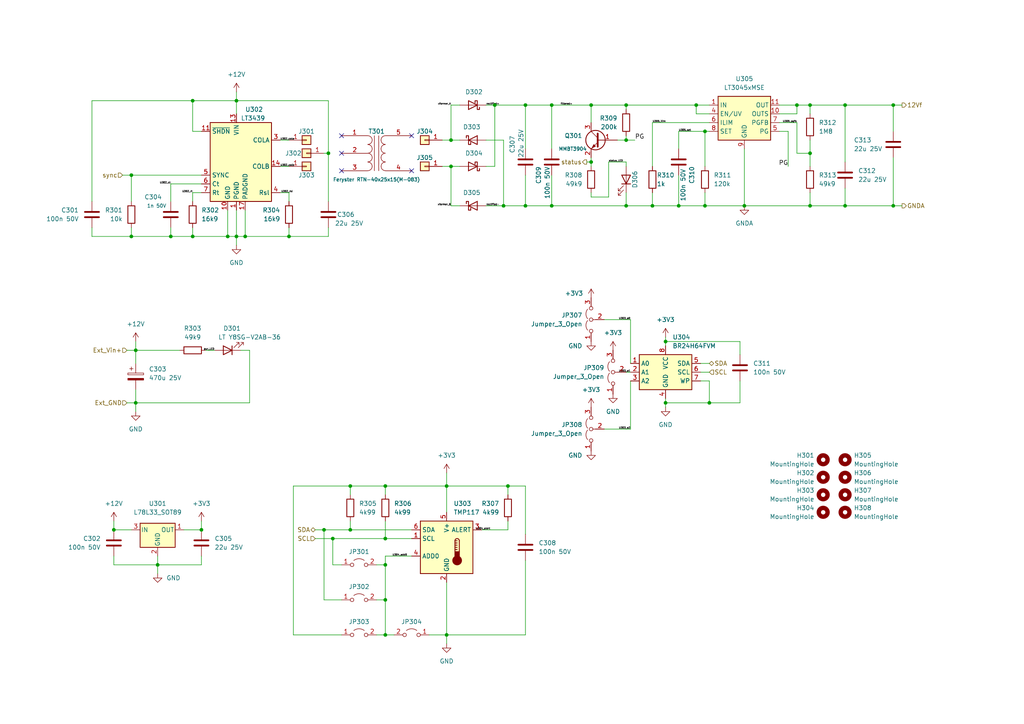
<source format=kicad_sch>
(kicad_sch (version 20211123) (generator eeschema)
  (paper "A4")
  (title_block (title "DC-DC converter & misc") (date "2022-03-04") (rev "0.4") (company "RPG") (comment 1 "All resistors 0.1% MF unless otherwise noted") (comment 2 "All capacitors X7R MLCC unless otherwise noted"))
  (lib_symbols
    (symbol "ADRmu_Library:TMP117"
      (property "Reference" "U" (at 10.16 -2.54 0))
      (property "Value" "TMP117" (at 12.7 -5.08 0))
      (symbol "TMP117_0_1"
        (rectangle (start -7.62 7.62) (end 7.62 -7.62) (stroke (width 0.254)) (fill (type background)))
      )
      (symbol "TMP117_1_1"
        (polyline (pts (xy 2.413 -0.635) (xy 3.048 -0.635)) (stroke (width 0.254)))
        (polyline (pts (xy 2.413 0) (xy 3.048 0)) (stroke (width 0.254)))
        (polyline (pts (xy 2.413 0.635) (xy 3.048 0.635)) (stroke (width 0.254)))
        (polyline (pts (xy 2.413 1.27) (xy 3.048 1.27)) (stroke (width 0.254)))
        (polyline (pts (xy 2.413 1.905) (xy 2.413 -1.27)) (stroke (width 0.254)))
        (polyline (pts (xy 2.413 1.905) (xy 3.048 1.905)) (stroke (width 0.254)))
        (polyline (pts (xy 3.683 1.905) (xy 3.683 -1.27)) (stroke (width 0.254)))
        (circle (center 3.048 -3.81) (radius 1.27) (stroke (width 0.254)) (fill (type outline)))
        (rectangle (start 3.683 -3.175) (end 2.413 -1.27) (stroke (width 0.254)) (fill (type outline)))
        (arc (start 3.683 1.905) (mid 3.048 2.54) (end 2.413 1.905) (stroke (width 0.254)))
        (pin input line (at -10.16 2.54 0) (length 2.54) (name "SCL") (number "1"))
        (pin power_in line (at 0 -10.16 90) (length 2.54) (name "GND") (number "2"))
        (pin open_collector line (at 10.16 5.08 180) (length 2.54) (name "ALERT") (number "3"))
        (pin input line (at -10.16 -2.54 0) (length 2.54) (name "ADD0") (number "4"))
        (pin power_in line (at 0 10.16 270) (length 2.54) (name "V+") (number "5"))
        (pin bidirectional line (at -10.16 5.08 0) (length 2.54) (name "SDA") (number "6"))
      )
    )
    (symbol "Connector_Generic:Conn_01x01" (pin_names (offset 1.016) hide)
      (property "Reference" "J" (at 0 2.54 0))
      (property "Value" "Conn_01x01" (at 0 -2.54 0))
      (symbol "Conn_01x01_1_1"
        (rectangle (start -1.27 0.127) (end 0 -0.127) (stroke (width 0.1524)))
        (rectangle (start -1.27 1.27) (end 1.27 -1.27) (stroke (width 0.254)) (fill (type background)))
        (pin passive line (at -5.08 0 0) (length 3.81) (name "Pin_1") (number "1"))
      )
    )
    (symbol "Device:C" (pin_numbers hide) (pin_names (offset 0.254))
      (property "Reference" "C" (at 0.635 2.54 0))
      (property "Value" "C" (at 0.635 -2.54 0))
      (symbol "C_0_1"
        (polyline (pts (xy -2.032 -0.762) (xy 2.032 -0.762)) (stroke (width 0.508)))
        (polyline (pts (xy -2.032 0.762) (xy 2.032 0.762)) (stroke (width 0.508)))
      )
      (symbol "C_1_1"
        (pin passive line (at 0 3.81 270) (length 2.794) (name "~") (number "1"))
        (pin passive line (at 0 -3.81 90) (length 2.794) (name "~") (number "2"))
      )
    )
    (symbol "Device:C_Polarized" (pin_numbers hide) (pin_names (offset 0.254))
      (property "Reference" "C" (at 0.635 2.54 0))
      (property "Value" "C_Polarized" (at 0.635 -2.54 0))
      (symbol "C_Polarized_0_1"
        (rectangle (start -2.286 0.508) (end 2.286 1.016))
        (polyline (pts (xy -1.778 2.286) (xy -0.762 2.286)))
        (polyline (pts (xy -1.27 2.794) (xy -1.27 1.778)))
        (rectangle (start 2.286 -0.508) (end -2.286 -1.016) (fill (type outline)))
      )
      (symbol "C_Polarized_1_1"
        (pin passive line (at 0 3.81 270) (length 2.794) (name "~") (number "1"))
        (pin passive line (at 0 -3.81 90) (length 2.794) (name "~") (number "2"))
      )
    )
    (symbol "Device:D_Schottky" (pin_numbers hide) (pin_names (offset 1.016) hide)
      (property "Reference" "D" (at 0 2.54 0))
      (property "Value" "D_Schottky" (at 0 -2.54 0))
      (symbol "D_Schottky_0_1"
        (polyline (pts (xy 1.27 0) (xy -1.27 0)))
        (polyline (pts (xy 1.27 1.27) (xy 1.27 -1.27) (xy -1.27 0) (xy 1.27 1.27)) (stroke (width 0.254)))
        (polyline (pts (xy -1.905 0.635) (xy -1.905 1.27) (xy -1.27 1.27) (xy -1.27 -1.27) (xy -0.635 -1.27) (xy -0.635 -0.635)) (stroke (width 0.254)))
      )
      (symbol "D_Schottky_1_1"
        (pin passive line (at -3.81 0 0) (length 2.54) (name "K") (number "1"))
        (pin passive line (at 3.81 0 180) (length 2.54) (name "A") (number "2"))
      )
    )
    (symbol "Device:LED" (pin_numbers hide) (pin_names (offset 1.016) hide)
      (property "Reference" "D" (at 0 2.54 0))
      (property "Value" "LED" (at 0 -2.54 0))
      (symbol "LED_0_1"
        (polyline (pts (xy -1.27 -1.27) (xy -1.27 1.27)) (stroke (width 0.254)))
        (polyline (pts (xy -1.27 0) (xy 1.27 0)))
        (polyline (pts (xy 1.27 -1.27) (xy 1.27 1.27) (xy -1.27 0) (xy 1.27 -1.27)) (stroke (width 0.254)))
        (polyline (pts (xy -3.048 -0.762) (xy -4.572 -2.286) (xy -3.81 -2.286) (xy -4.572 -2.286) (xy -4.572 -1.524)))
        (polyline (pts (xy -1.778 -0.762) (xy -3.302 -2.286) (xy -2.54 -2.286) (xy -3.302 -2.286) (xy -3.302 -1.524)))
      )
      (symbol "LED_1_1"
        (pin passive line (at -3.81 0 0) (length 2.54) (name "K") (number "1"))
        (pin passive line (at 3.81 0 180) (length 2.54) (name "A") (number "2"))
      )
    )
    (symbol "Device:R" (pin_numbers hide) (pin_names (offset 0))
      (property "Reference" "R" (at 2.032 0 90))
      (property "Value" "R" (at 0 0 90))
      (symbol "R_0_1"
        (rectangle (start -1.016 -2.54) (end 1.016 2.54) (stroke (width 0.254)))
      )
      (symbol "R_1_1"
        (pin passive line (at 0 3.81 270) (length 1.27) (name "~") (number "1"))
        (pin passive line (at 0 -3.81 90) (length 1.27) (name "~") (number "2"))
      )
    )
    (symbol "Device:Transformer_SP_1S" (pin_names (offset 1.016) hide)
      (property "Reference" "T" (at 0 6.35 0))
      (property "Value" "Transformer_SP_1S" (at 0 -7.62 0))
      (symbol "Transformer_SP_1S_0_1"
        (arc (start -2.54 -5.0546) (mid -1.6561 -4.6863) (end -1.27 -3.81))
        (arc (start -2.54 -2.5146) (mid -1.6561 -2.1463) (end -1.27 -1.27))
        (arc (start -2.54 0.0254) (mid -1.6561 0.3937) (end -1.27 1.27))
        (arc (start -2.54 2.5654) (mid -1.6561 2.9337) (end -1.27 3.81))
        (arc (start -1.27 -3.81) (mid -1.642 -2.912) (end -2.54 -2.54))
        (arc (start -1.27 -1.27) (mid -1.642 -0.372) (end -2.54 0))
        (arc (start -1.27 1.27) (mid -1.642 2.168) (end -2.54 2.54))
        (arc (start -1.27 3.81) (mid -1.642 4.708) (end -2.54 5.08))
        (polyline (pts (xy -0.635 5.08) (xy -0.635 -5.08)))
        (polyline (pts (xy 0.635 -5.08) (xy 0.635 5.08)))
        (arc (start 1.2954 -1.27) (mid 1.6599 -2.1501) (end 2.54 -2.5146))
        (arc (start 1.2954 1.27) (mid 1.6599 0.3899) (end 2.54 0.0254))
        (arc (start 1.2954 3.81) (mid 1.6599 2.9299) (end 2.54 2.5654))
        (arc (start 1.3208 -3.81) (mid 1.6853 -4.6901) (end 2.5654 -5.0546))
        (arc (start 2.54 0) (mid 1.6456 -0.3683) (end 1.2954 -1.27))
        (arc (start 2.54 2.54) (mid 1.6456 2.1717) (end 1.2954 1.27))
        (arc (start 2.54 5.08) (mid 1.6456 4.7117) (end 1.2954 3.81))
        (arc (start 2.5654 -2.54) (mid 1.671 -2.9083) (end 1.3208 -3.81))
      )
      (symbol "Transformer_SP_1S_1_1"
        (pin passive line (at -10.16 5.08 0) (length 7.62) (name "PR1") (number "1"))
        (pin passive line (at -10.16 0 0) (length 7.62) (name "PM") (number "2"))
        (pin passive line (at -10.16 -5.08 0) (length 7.62) (name "PR2") (number "3"))
        (pin passive line (at 10.16 -5.08 180) (length 7.62) (name "S1") (number "4"))
        (pin passive line (at 10.16 5.08 180) (length 7.62) (name "S2") (number "5"))
      )
    )
    (symbol "Jumper:Jumper_2_Open" (pin_names (offset 0) hide)
      (property "Reference" "JP" (at 0 2.794 0))
      (property "Value" "Jumper_2_Open" (at 0 -2.286 0))
      (symbol "Jumper_2_Open_0_0"
        (circle (center -2.032 0) (radius 0.508))
        (circle (center 2.032 0) (radius 0.508))
      )
      (symbol "Jumper_2_Open_0_1"
        (arc (start 1.524 1.27) (mid 0 1.778) (end -1.524 1.27))
      )
      (symbol "Jumper_2_Open_1_1"
        (pin passive line (at -5.08 0 0) (length 2.54) (name "A") (number "1"))
        (pin passive line (at 5.08 0 180) (length 2.54) (name "B") (number "2"))
      )
    )
    (symbol "Jumper:Jumper_3_Open" (pin_names (offset 0) hide)
      (property "Reference" "JP" (at -2.54 -2.54 0))
      (property "Value" "Jumper_3_Open" (at 0 2.794 0))
      (symbol "Jumper_3_Open_0_0"
        (circle (center -3.302 0) (radius 0.508))
        (circle (center 0 0) (radius 0.508))
        (circle (center 3.302 0) (radius 0.508))
      )
      (symbol "Jumper_3_Open_0_1"
        (arc (start -0.254 1.016) (mid -1.651 1.4992) (end -3.048 1.016))
        (polyline (pts (xy 0 -0.508) (xy 0 -1.27)))
        (arc (start 3.048 1.016) (mid 1.651 1.4992) (end 0.254 1.016))
      )
      (symbol "Jumper_3_Open_1_1"
        (pin passive line (at -6.35 0 0) (length 2.54) (name "A") (number "1"))
        (pin input line (at 0 -3.81 90) (length 2.54) (name "C") (number "2"))
        (pin passive line (at 6.35 0 180) (length 2.54) (name "B") (number "3"))
      )
    )
    (symbol "Mechanical:MountingHole" (pin_names (offset 1.016))
      (property "Reference" "H" (at 0 5.08 0))
      (property "Value" "MountingHole" (at 0 3.175 0))
      (symbol "MountingHole_0_1"
        (circle (center 0 0) (radius 1.27) (stroke (width 1.27)))
      )
    )
    (symbol "Memory_EEPROM:24LC02"
      (property "Reference" "U" (at -6.35 6.35 0))
      (property "Value" "24LC02" (at 1.27 6.35 0))
      (symbol "24LC02_1_1"
        (rectangle (start -7.62 5.08) (end 7.62 -5.08) (stroke (width 0.254)) (fill (type background)))
        (pin input line (at -10.16 2.54 0) (length 2.54) (name "A0") (number "1"))
        (pin input line (at -10.16 0 0) (length 2.54) (name "A1") (number "2"))
        (pin input line (at -10.16 -2.54 0) (length 2.54) (name "A2") (number "3"))
        (pin power_in line (at 0 -7.62 90) (length 2.54) (name "GND") (number "4"))
        (pin bidirectional line (at 10.16 2.54 180) (length 2.54) (name "SDA") (number "5"))
        (pin input line (at 10.16 0 180) (length 2.54) (name "SCL") (number "6"))
        (pin input line (at 10.16 -2.54 180) (length 2.54) (name "WP") (number "7"))
        (pin power_in line (at 0 7.62 270) (length 2.54) (name "VCC") (number "8"))
      )
    )
    (symbol "Regulator_Linear:L78L33_SOT89" (pin_names (offset 0.254))
      (property "Reference" "U" (at -3.81 3.175 0))
      (property "Value" "L78L33_SOT89" (at -0.635 3.175 0))
      (symbol "L78L33_SOT89_0_1"
        (rectangle (start -5.08 1.905) (end 5.08 -5.08) (stroke (width 0.254)) (fill (type background)))
      )
      (symbol "L78L33_SOT89_1_1"
        (pin power_out line (at 7.62 0 180) (length 2.54) (name "OUT") (number "1"))
        (pin power_in line (at 0 -7.62 90) (length 2.54) (name "GND") (number "2"))
        (pin power_in line (at -7.62 0 0) (length 2.54) (name "IN") (number "3"))
      )
    )
    (symbol "Regulator_Linear:LT3045xMSE"
      (property "Reference" "U" (at -6.35 6.35 0))
      (property "Value" "LT3045xMSE" (at 1.27 6.35 0))
      (symbol "LT3045xMSE_0_1"
        (rectangle (start -7.62 5.08) (end 7.62 -7.62) (stroke (width 0.254)) (fill (type background)))
      )
      (symbol "LT3045xMSE_1_1"
        (pin power_in line (at -10.16 2.54 0) (length 2.54) (name "IN") (number "1"))
        (pin input line (at 10.16 0 180) (length 2.54) (name "OUTS") (number "10"))
        (pin power_out line (at 10.16 2.54 180) (length 2.54) (name "OUT") (number "11"))
        (pin passive line (at 10.16 2.54 180) (length 2.54) hide (name "OUT") (number "12"))
        (pin passive line (at 0 -10.16 90) (length 2.54) hide (name "GND") (number "13"))
        (pin passive line (at -10.16 2.54 0) (length 2.54) hide (name "IN") (number "2"))
        (pin passive line (at -10.16 2.54 0) (length 2.54) hide (name "IN") (number "3"))
        (pin input line (at -10.16 0 0) (length 2.54) (name "EN/UV") (number "4"))
        (pin open_collector line (at 10.16 -5.08 180) (length 2.54) (name "PG") (number "5"))
        (pin passive line (at -10.16 -2.54 0) (length 2.54) (name "ILIM") (number "6"))
        (pin input line (at 10.16 -2.54 180) (length 2.54) (name "PGFB") (number "7"))
        (pin passive line (at -10.16 -5.08 0) (length 2.54) (name "SET") (number "8"))
        (pin power_in line (at 0 -10.16 90) (length 2.54) (name "GND") (number "9"))
      )
    )
    (symbol "Regulator_Switching:LT3439"
      (property "Reference" "U" (at -7.62 11.43 0))
      (property "Value" "LT3439" (at 3.81 11.43 0))
      (symbol "LT3439_0_1"
        (rectangle (start -7.62 10.16) (end 10.16 -12.7) (stroke (width 0.254)) (fill (type background)))
      )
      (symbol "LT3439_1_1"
        (pin power_in line (at 0 -15.24 90) (length 2.54) (name "PGND") (number "1"))
        (pin power_in line (at -2.54 -15.24 90) (length 2.54) (name "GND") (number "10"))
        (pin input line (at -10.16 7.62 0) (length 2.54) (name "~{SHDN}") (number "11"))
        (pin no_connect line (at -7.62 -2.54 0) (length 2.54) hide (name "NC") (number "12"))
        (pin power_in line (at 0 12.7 270) (length 2.54) (name "VIN") (number "13"))
        (pin output line (at 12.7 -2.54 180) (length 2.54) (name "COLB") (number "14"))
        (pin no_connect line (at 10.16 0 180) (length 2.54) hide (name "NC") (number "15"))
        (pin passive line (at 0 -15.24 90) (length 2.54) hide (name "PGND") (number "16"))
        (pin power_in line (at 2.54 -15.24 90) (length 2.54) (name "PADGND") (number "17"))
        (pin no_connect line (at -7.62 5.08 0) (length 2.54) hide (name "NC") (number "2"))
        (pin output line (at 12.7 5.08 180) (length 2.54) (name "COLA") (number "3"))
        (pin passive line (at 12.7 -10.16 180) (length 2.54) (name "Rsl") (number "4"))
        (pin passive line (at -10.16 -5.08 0) (length 2.54) (name "SYNC") (number "5"))
        (pin passive line (at -10.16 -7.62 0) (length 2.54) (name "Ct") (number "6"))
        (pin passive line (at -10.16 -10.16 0) (length 2.54) (name "Rt") (number "7"))
        (pin no_connect line (at -7.62 2.54 0) (length 2.54) hide (name "NC") (number "8"))
        (pin no_connect line (at -7.62 0 0) (length 2.54) hide (name "NC") (number "9"))
      )
    )
    (symbol "Transistor_BJT:MMBT3904" (pin_names (offset 0) hide)
      (property "Reference" "Q" (at 5.08 1.905 0))
      (property "Value" "MMBT3904" (at 5.08 0 0))
      (symbol "MMBT3904_0_1"
        (polyline (pts (xy 0.635 0.635) (xy 2.54 2.54)))
        (polyline (pts (xy 0.635 -0.635) (xy 2.54 -2.54) (xy 2.54 -2.54)))
        (polyline (pts (xy 0.635 1.905) (xy 0.635 -1.905) (xy 0.635 -1.905)) (stroke (width 0.508)))
        (polyline (pts (xy 1.27 -1.778) (xy 1.778 -1.27) (xy 2.286 -2.286) (xy 1.27 -1.778) (xy 1.27 -1.778)) (fill (type outline)))
        (circle (center 1.27 0) (radius 2.8194) (stroke (width 0.254)))
      )
      (symbol "MMBT3904_1_1"
        (pin input line (at -5.08 0 0) (length 5.715) (name "B") (number "1"))
        (pin passive line (at 2.54 -5.08 90) (length 2.54) (name "E") (number "2"))
        (pin passive line (at 2.54 5.08 270) (length 2.54) (name "C") (number "3"))
      )
    )
    (symbol "power:+12V" (power) (pin_names (offset 0))
      (property "Value" "+12V" (at 0 3.556 0))
      (symbol "+12V_0_1"
        (polyline (pts (xy -0.762 1.27) (xy 0 2.54)))
        (polyline (pts (xy 0 0) (xy 0 2.54)))
        (polyline (pts (xy 0 2.54) (xy 0.762 1.27)))
      )
      (symbol "+12V_1_1"
        (pin power_in line (at 0 0 90) (length 0) hide (name "+12V") (number "1"))
      )
    )
    (symbol "power:+3V3" (power) (pin_names (offset 0))
      (property "Value" "+3V3" (at 0 3.556 0))
      (symbol "+3V3_0_1"
        (polyline (pts (xy -0.762 1.27) (xy 0 2.54)))
        (polyline (pts (xy 0 0) (xy 0 2.54)))
        (polyline (pts (xy 0 2.54) (xy 0.762 1.27)))
      )
      (symbol "+3V3_1_1"
        (pin power_in line (at 0 0 90) (length 0) hide (name "+3V3") (number "1"))
      )
    )
    (symbol "power:GND" (power) (pin_names (offset 0))
      (property "Value" "GND" (at 0 -3.81 0))
      (symbol "GND_0_1"
        (polyline (pts (xy 0 0) (xy 0 -1.27) (xy 1.27 -1.27) (xy 0 -2.54) (xy -1.27 -1.27) (xy 0 -1.27)))
      )
      (symbol "GND_1_1"
        (pin power_in line (at 0 0 270) (length 0) hide (name "GND") (number "1"))
      )
    )
    (symbol "power:GNDA" (power) (pin_names (offset 0))
      (property "Value" "GNDA" (at 0 -3.81 0))
      (symbol "GNDA_0_1"
        (polyline (pts (xy 0 0) (xy 0 -1.27) (xy 1.27 -1.27) (xy 0 -2.54) (xy -1.27 -1.27) (xy 0 -1.27)))
      )
      (symbol "GNDA_1_1"
        (pin power_in line (at 0 0 270) (length 0) hide (name "GNDA") (number "1"))
      )
    )
  )
  (junction (at 45.72 163.83))
  (junction (at 68.58 29.21))
  (junction (at 160.02 30.48))
  (junction (at 143.51 30.48))
  (junction (at 146.05 59.69))
  (junction (at 193.04 99.06))
  (junction (at 205.74 116.84))
  (junction (at 181.61 59.69))
  (junction (at 49.53 68.58))
  (junction (at 152.4 59.69))
  (junction (at 96.52 156.21))
  (junction (at 101.6 153.67))
  (junction (at 196.85 59.69))
  (junction (at 130.81 48.26))
  (junction (at 111.76 163.83))
  (junction (at 234.95 30.48))
  (junction (at 181.61 40.64))
  (junction (at 111.76 173.99))
  (junction (at 39.37 101.6))
  (junction (at 111.76 156.21))
  (junction (at 93.98 153.67))
  (junction (at 95.25 44.45))
  (junction (at 204.47 59.69))
  (junction (at 38.1 50.8))
  (junction (at 245.11 59.69))
  (junction (at 231.14 30.48))
  (junction (at 101.6 140.97))
  (junction (at 160.02 59.69))
  (junction (at 259.08 30.48))
  (junction (at 38.1 68.58))
  (junction (at 147.32 140.97))
  (junction (at 234.95 44.45))
  (junction (at 58.42 153.67))
  (junction (at 171.45 46.99))
  (junction (at 39.37 116.84))
  (junction (at 68.58 68.58))
  (junction (at 71.12 68.58))
  (junction (at 152.4 30.48))
  (junction (at 215.9 59.69))
  (junction (at 111.76 184.15))
  (junction (at 204.47 38.1))
  (junction (at 171.45 30.48))
  (junction (at 181.61 30.48))
  (junction (at 189.23 59.69))
  (junction (at 130.81 40.64))
  (junction (at 83.82 68.58))
  (junction (at 245.11 30.48))
  (junction (at 66.04 68.58))
  (junction (at 129.54 184.15))
  (junction (at 259.08 59.69))
  (junction (at 55.88 29.21))
  (junction (at 33.02 153.67))
  (junction (at 201.93 30.48))
  (junction (at 129.54 140.97))
  (junction (at 111.76 140.97))
  (junction (at 55.88 68.58))
  (junction (at 234.95 59.69))
  (junction (at 193.04 116.84))
  (no_connect (at 119.38 39.37))
  (no_connect (at 119.38 49.53))
  (no_connect (at 99.06 44.45))
  (no_connect (at 99.06 39.37))
  (no_connect (at 99.06 49.53))
  (wire (pts (xy 201.93 30.48) (xy 205.74 30.48)))
  (wire (pts (xy 152.4 184.15) (xy 129.54 184.15)))
  (wire (pts (xy 226.06 35.56) (xy 231.14 35.56)))
  (wire (pts (xy 189.23 35.56) (xy 189.23 48.26)))
  (wire (pts (xy 176.53 46.99) (xy 181.61 46.99)))
  (wire (pts (xy 124.46 184.15) (xy 129.54 184.15)))
  (wire (pts (xy 146.05 59.69) (xy 146.05 40.64)))
  (wire (pts (xy 95.25 29.21) (xy 95.25 44.45)))
  (wire (pts (xy 68.58 29.21) (xy 95.25 29.21)))
  (wire (pts (xy 101.6 140.97) (xy 85.09 140.97)))
  (wire (pts (xy 181.61 46.99) (xy 181.61 48.26)))
  (wire (pts (xy 83.82 68.58) (xy 95.25 68.58)))
  (wire (pts (xy 204.47 38.1) (xy 204.47 48.26)))
  (wire (pts (xy 259.08 45.72) (xy 259.08 59.69)))
  (wire (pts (xy 203.2 107.95) (xy 205.74 107.95)))
  (wire (pts (xy 193.04 116.84) (xy 193.04 118.11)))
  (wire (pts (xy 143.51 30.48) (xy 143.51 48.26)))
  (wire (pts (xy 201.93 30.48) (xy 201.93 33.02)))
  (wire (pts (xy 226.06 38.1) (xy 228.6 38.1)))
  (wire (pts (xy 66.04 60.96) (xy 66.04 68.58)))
  (wire (pts (xy 205.74 35.56) (xy 189.23 35.56)))
  (wire (pts (xy 68.58 29.21) (xy 68.58 33.02)))
  (wire (pts (xy 49.53 68.58) (xy 55.88 68.58)))
  (wire (pts (xy 129.54 140.97) (xy 129.54 148.59)))
  (wire (pts (xy 59.69 101.6) (xy 62.23 101.6)))
  (wire (pts (xy 181.61 30.48) (xy 181.61 31.75)))
  (wire (pts (xy 49.53 66.04) (xy 49.53 68.58)))
  (wire (pts (xy 111.76 163.83) (xy 111.76 173.99)))
  (wire (pts (xy 93.98 153.67) (xy 93.98 173.99)))
  (wire (pts (xy 68.58 68.58) (xy 68.58 71.12)))
  (wire (pts (xy 205.74 116.84) (xy 214.63 116.84)))
  (wire (pts (xy 55.88 29.21) (xy 55.88 38.1)))
  (wire (pts (xy 39.37 101.6) (xy 52.07 101.6)))
  (wire (pts (xy 181.61 30.48) (xy 201.93 30.48)))
  (wire (pts (xy 72.39 101.6) (xy 69.85 101.6)))
  (wire (pts (xy 55.88 55.88) (xy 55.88 58.42)))
  (wire (pts (xy 231.14 35.56) (xy 231.14 44.45)))
  (wire (pts (xy 204.47 38.1) (xy 196.85 38.1)))
  (wire (pts (xy 245.11 59.69) (xy 259.08 59.69)))
  (wire (pts (xy 81.28 55.88) (xy 83.82 55.88)))
  (wire (pts (xy 39.37 116.84) (xy 39.37 119.38)))
  (wire (pts (xy 214.63 116.84) (xy 214.63 110.49)))
  (wire (pts (xy 152.4 140.97) (xy 152.4 154.94)))
  (wire (pts (xy 96.52 163.83) (xy 99.06 163.83)))
  (wire (pts (xy 160.02 43.18) (xy 160.02 30.48)))
  (wire (pts (xy 128.27 40.64) (xy 130.81 40.64)))
  (wire (pts (xy 189.23 55.88) (xy 189.23 59.69)))
  (wire (pts (xy 234.95 40.64) (xy 234.95 44.45)))
  (wire (pts (xy 181.61 59.69) (xy 189.23 59.69)))
  (wire (pts (xy 214.63 99.06) (xy 214.63 102.87)))
  (wire (pts (xy 26.67 68.58) (xy 26.67 66.04)))
  (wire (pts (xy 171.45 30.48) (xy 171.45 35.56)))
  (wire (pts (xy 45.72 166.37) (xy 45.72 163.83)))
  (wire (pts (xy 71.12 68.58) (xy 68.58 68.58)))
  (wire (pts (xy 83.82 66.04) (xy 83.82 68.58)))
  (wire (pts (xy 193.04 99.06) (xy 214.63 99.06)))
  (wire (pts (xy 147.32 140.97) (xy 152.4 140.97)))
  (wire (pts (xy 111.76 161.29) (xy 119.38 161.29)))
  (wire (pts (xy 33.02 161.29) (xy 33.02 163.83)))
  (wire (pts (xy 171.45 55.88) (xy 171.45 57.15)))
  (wire (pts (xy 55.88 66.04) (xy 55.88 68.58)))
  (wire (pts (xy 160.02 50.8) (xy 160.02 59.69)))
  (wire (pts (xy 140.97 59.69) (xy 146.05 59.69)))
  (wire (pts (xy 96.52 156.21) (xy 96.52 163.83)))
  (wire (pts (xy 181.61 40.64) (xy 184.15 40.64)))
  (wire (pts (xy 111.76 151.13) (xy 111.76 156.21)))
  (wire (pts (xy 130.81 30.48) (xy 130.81 40.64)))
  (wire (pts (xy 203.2 105.41) (xy 205.74 105.41)))
  (wire (pts (xy 71.12 60.96) (xy 71.12 68.58)))
  (wire (pts (xy 140.97 48.26) (xy 143.51 48.26)))
  (wire (pts (xy 245.11 59.69) (xy 234.95 59.69)))
  (wire (pts (xy 33.02 153.67) (xy 38.1 153.67)))
  (wire (pts (xy 130.81 40.64) (xy 133.35 40.64)))
  (wire (pts (xy 140.97 40.64) (xy 146.05 40.64)))
  (wire (pts (xy 129.54 168.91) (xy 129.54 184.15)))
  (wire (pts (xy 171.45 57.15) (xy 176.53 57.15)))
  (wire (pts (xy 226.06 30.48) (xy 231.14 30.48)))
  (wire (pts (xy 66.04 68.58) (xy 68.58 68.58)))
  (wire (pts (xy 85.09 140.97) (xy 85.09 184.15)))
  (wire (pts (xy 68.58 26.67) (xy 68.58 29.21)))
  (wire (pts (xy 111.76 140.97) (xy 101.6 140.97)))
  (wire (pts (xy 83.82 48.26) (xy 81.28 48.26)))
  (wire (pts (xy 182.88 92.71) (xy 175.26 92.71)))
  (wire (pts (xy 55.88 68.58) (xy 66.04 68.58)))
  (wire (pts (xy 83.82 68.58) (xy 71.12 68.58)))
  (wire (pts (xy 181.61 55.88) (xy 181.61 59.69)))
  (wire (pts (xy 53.34 153.67) (xy 58.42 153.67)))
  (wire (pts (xy 39.37 101.6) (xy 39.37 105.41)))
  (wire (pts (xy 111.76 184.15) (xy 114.3 184.15)))
  (wire (pts (xy 203.2 110.49) (xy 205.74 110.49)))
  (wire (pts (xy 160.02 30.48) (xy 152.4 30.48)))
  (wire (pts (xy 182.88 105.41) (xy 182.88 92.71)))
  (wire (pts (xy 215.9 59.69) (xy 234.95 59.69)))
  (wire (pts (xy 170.18 46.99) (xy 171.45 46.99)))
  (wire (pts (xy 38.1 68.58) (xy 49.53 68.58)))
  (wire (pts (xy 38.1 58.42) (xy 38.1 50.8)))
  (wire (pts (xy 58.42 53.34) (xy 49.53 53.34)))
  (wire (pts (xy 39.37 99.06) (xy 39.37 101.6)))
  (wire (pts (xy 259.08 30.48) (xy 261.62 30.48)))
  (wire (pts (xy 160.02 59.69) (xy 181.61 59.69)))
  (wire (pts (xy 171.45 46.99) (xy 171.45 45.72)))
  (wire (pts (xy 152.4 162.56) (xy 152.4 184.15)))
  (wire (pts (xy 234.95 55.88) (xy 234.95 59.69)))
  (wire (pts (xy 160.02 59.69) (xy 152.4 59.69)))
  (wire (pts (xy 152.4 50.8) (xy 152.4 59.69)))
  (wire (pts (xy 147.32 151.13) (xy 147.32 153.67)))
  (wire (pts (xy 111.76 161.29) (xy 111.76 163.83)))
  (wire (pts (xy 129.54 137.16) (xy 129.54 140.97)))
  (wire (pts (xy 245.11 54.61) (xy 245.11 59.69)))
  (wire (pts (xy 111.76 184.15) (xy 109.22 184.15)))
  (wire (pts (xy 193.04 116.84) (xy 205.74 116.84)))
  (wire (pts (xy 38.1 66.04) (xy 38.1 68.58)))
  (wire (pts (xy 129.54 184.15) (xy 129.54 186.69)))
  (wire (pts (xy 182.88 124.46) (xy 182.88 110.49)))
  (wire (pts (xy 231.14 30.48) (xy 234.95 30.48)))
  (wire (pts (xy 38.1 50.8) (xy 58.42 50.8)))
  (wire (pts (xy 58.42 161.29) (xy 58.42 163.83)))
  (wire (pts (xy 45.72 161.29) (xy 45.72 163.83)))
  (wire (pts (xy 129.54 140.97) (xy 147.32 140.97)))
  (wire (pts (xy 130.81 59.69) (xy 133.35 59.69)))
  (wire (pts (xy 101.6 151.13) (xy 101.6 153.67)))
  (wire (pts (xy 49.53 53.34) (xy 49.53 58.42)))
  (wire (pts (xy 234.95 30.48) (xy 234.95 33.02)))
  (wire (pts (xy 33.02 163.83) (xy 45.72 163.83)))
  (wire (pts (xy 35.56 50.8) (xy 38.1 50.8)))
  (wire (pts (xy 26.67 58.42) (xy 26.67 29.21)))
  (wire (pts (xy 38.1 68.58) (xy 26.67 68.58)))
  (wire (pts (xy 181.61 40.64) (xy 181.61 39.37)))
  (wire (pts (xy 245.11 30.48) (xy 259.08 30.48)))
  (wire (pts (xy 58.42 151.13) (xy 58.42 153.67)))
  (wire (pts (xy 58.42 55.88) (xy 55.88 55.88)))
  (wire (pts (xy 119.38 156.21) (xy 111.76 156.21)))
  (wire (pts (xy 143.51 30.48) (xy 152.4 30.48)))
  (wire (pts (xy 109.22 163.83) (xy 111.76 163.83)))
  (wire (pts (xy 152.4 30.48) (xy 152.4 43.18)))
  (wire (pts (xy 85.09 184.15) (xy 99.06 184.15)))
  (wire (pts (xy 196.85 59.69) (xy 204.47 59.69)))
  (wire (pts (xy 234.95 44.45) (xy 234.95 48.26)))
  (wire (pts (xy 93.98 44.45) (xy 95.25 44.45)))
  (wire (pts (xy 171.45 30.48) (xy 181.61 30.48)))
  (wire (pts (xy 171.45 48.26) (xy 171.45 46.99)))
  (wire (pts (xy 204.47 59.69) (xy 215.9 59.69)))
  (wire (pts (xy 83.82 55.88) (xy 83.82 58.42)))
  (wire (pts (xy 72.39 116.84) (xy 72.39 101.6)))
  (wire (pts (xy 231.14 44.45) (xy 234.95 44.45)))
  (wire (pts (xy 58.42 163.83) (xy 45.72 163.83)))
  (wire (pts (xy 95.25 44.45) (xy 95.25 58.42)))
  (wire (pts (xy 101.6 153.67) (xy 93.98 153.67)))
  (wire (pts (xy 130.81 59.69) (xy 130.81 48.26)))
  (wire (pts (xy 234.95 30.48) (xy 245.11 30.48)))
  (wire (pts (xy 26.67 29.21) (xy 55.88 29.21)))
  (wire (pts (xy 133.35 30.48) (xy 130.81 30.48)))
  (wire (pts (xy 196.85 50.8) (xy 196.85 59.69)))
  (wire (pts (xy 68.58 60.96) (xy 68.58 68.58)))
  (wire (pts (xy 39.37 113.03) (xy 39.37 116.84)))
  (wire (pts (xy 215.9 43.18) (xy 215.9 59.69)))
  (wire (pts (xy 36.83 101.6) (xy 39.37 101.6)))
  (wire (pts (xy 196.85 38.1) (xy 196.85 43.18)))
  (wire (pts (xy 93.98 173.99) (xy 99.06 173.99)))
  (wire (pts (xy 129.54 140.97) (xy 111.76 140.97)))
  (wire (pts (xy 189.23 59.69) (xy 196.85 59.69)))
  (wire (pts (xy 231.14 30.48) (xy 231.14 33.02)))
  (wire (pts (xy 193.04 97.79) (xy 193.04 99.06)))
  (wire (pts (xy 193.04 115.57) (xy 193.04 116.84)))
  (wire (pts (xy 176.53 57.15) (xy 176.53 46.99)))
  (wire (pts (xy 58.42 38.1) (xy 55.88 38.1)))
  (wire (pts (xy 193.04 99.06) (xy 193.04 100.33)))
  (wire (pts (xy 33.02 151.13) (xy 33.02 153.67)))
  (wire (pts (xy 39.37 116.84) (xy 72.39 116.84)))
  (wire (pts (xy 119.38 153.67) (xy 101.6 153.67)))
  (wire (pts (xy 111.76 173.99) (xy 109.22 173.99)))
  (wire (pts (xy 91.44 156.21) (xy 96.52 156.21)))
  (wire (pts (xy 55.88 29.21) (xy 68.58 29.21)))
  (wire (pts (xy 83.82 40.64) (xy 81.28 40.64)))
  (wire (pts (xy 181.61 107.95) (xy 182.88 107.95)))
  (wire (pts (xy 259.08 59.69) (xy 261.62 59.69)))
  (wire (pts (xy 128.27 48.26) (xy 130.81 48.26)))
  (wire (pts (xy 205.74 110.49) (xy 205.74 116.84)))
  (wire (pts (xy 201.93 33.02) (xy 205.74 33.02)))
  (wire (pts (xy 204.47 55.88) (xy 204.47 59.69)))
  (wire (pts (xy 139.7 153.67) (xy 147.32 153.67)))
  (wire (pts (xy 160.02 30.48) (xy 171.45 30.48)))
  (wire (pts (xy 245.11 30.48) (xy 245.11 46.99)))
  (wire (pts (xy 130.81 48.26) (xy 133.35 48.26)))
  (wire (pts (xy 228.6 38.1) (xy 228.6 48.26)))
  (wire (pts (xy 204.47 38.1) (xy 205.74 38.1)))
  (wire (pts (xy 111.76 140.97) (xy 111.76 143.51)))
  (wire (pts (xy 140.97 30.48) (xy 143.51 30.48)))
  (wire (pts (xy 111.76 173.99) (xy 111.76 184.15)))
  (wire (pts (xy 95.25 68.58) (xy 95.25 66.04)))
  (wire (pts (xy 179.07 40.64) (xy 181.61 40.64)))
  (wire (pts (xy 111.76 156.21) (xy 96.52 156.21)))
  (wire (pts (xy 91.44 153.67) (xy 93.98 153.67)))
  (wire (pts (xy 226.06 33.02) (xy 231.14 33.02)))
  (wire (pts (xy 101.6 140.97) (xy 101.6 143.51)))
  (wire (pts (xy 259.08 30.48) (xy 259.08 38.1)))
  (wire (pts (xy 36.83 116.84) (xy 39.37 116.84)))
  (wire (pts (xy 175.26 124.46) (xy 182.88 124.46)))
  (wire (pts (xy 147.32 140.97) (xy 147.32 143.51)))
  (wire (pts (xy 146.05 59.69) (xy 152.4 59.69)))
  (label "U302_rt" (at 55.88 55.88 180) (effects (font (size 0.5 0.5))))
  (label "pwr_LED" (at 62.23 101.6 180) (effects (font (size 0.5 0.5))))
  (label "U303_a0" (at 182.88 92.71 180) (effects (font (size 0.5 0.5))))
  (label "xformer_A" (at 130.81 30.48 180) (effects (font (size 0.5 0.5))))
  (label "rectified-" (at 140.97 59.69 0) (effects (font (size 0.5 0.5))))
  (label "U304_alert" (at 142.24 153.67 180) (effects (font (size 0.5 0.5))))
  (label "U305_ilim" (at 189.23 35.56 0) (effects (font (size 0.5 0.5))))
  (label "U303_a1" (at 182.88 107.95 180) (effects (font (size 0.5 0.5))))
  (label "filtered+" (at 162.56 30.48 0) (effects (font (size 0.5 0.5))))
  (label "U305_set" (at 196.85 38.1 0) (effects (font (size 0.5 0.5))))
  (label "U302_cola" (at 81.28 40.64 0) (effects (font (size 0.5 0.5))))
  (label "U305_pgfb" (at 231.14 35.56 180) (effects (font (size 0.5 0.5))))
  (label "U302_rsl" (at 81.5068 55.88 0) (effects (font (size 0.5 0.5))))
  (label "PG" (at 228.6 48.26 180))
  (label "U302_colb" (at 81.28 48.26 0) (effects (font (size 0.5 0.5))))
  (label "rectified+" (at 140.97 30.48 0) (effects (font (size 0.5 0.5))))
  (label "status_LED" (at 176.53 46.99 0) (effects (font (size 0.5 0.5))))
  (label "U303_a2" (at 182.88 124.46 180) (effects (font (size 0.5 0.5))))
  (label "xformer_B" (at 130.81 59.69 180) (effects (font (size 0.5 0.5))))
  (label "PG" (at 184.15 40.64 0))
  (label "U302_ct" (at 49.53 53.34 180) (effects (font (size 0.5 0.5))))
  (label "U304_add0" (at 118.11 161.29 180) (effects (font (size 0.5 0.5))))
  (hierarchical_label "GNDA" (shape output) (at 261.62 59.69 0))
  (hierarchical_label "12Vf" (shape output) (at 261.62 30.48 0))
  (hierarchical_label "status" (shape output) (at 170.18 46.99 180))
  (hierarchical_label "SCL" (shape input) (at 91.44 156.21 180))
  (hierarchical_label "SDA" (shape bidirectional) (at 205.74 105.41 0))
  (hierarchical_label "sync" (shape input) (at 35.56 50.8 180))
  (hierarchical_label "Ext_GND" (shape input) (at 36.83 116.84 180))
  (hierarchical_label "SDA" (shape bidirectional) (at 91.44 153.67 180))
  (hierarchical_label "Ext_Vin+" (shape input) (at 36.83 101.6 180))
  (hierarchical_label "SCL" (shape input) (at 205.74 107.95 0))
  (symbol (lib_id "Connector_Generic:Conn_01x01") (at 88.9 44.45 0) (mirror y) (unit 1) (in_bom no)
    (property "Reference" "J302" (at 85.09 44.45 0))
    (property "Value" "Conn_01x01" (effects hide))
    (property "Footprint" "Connector_Wire:SolderWire-1sqmm_1x01_D1.4mm_OD3.9mm" (effects hide))
  )
  (symbol (lib_id "power:+3V3") (at 171.45 86.36 0) (mirror y) (unit 1)
    (property "Reference" "#PWR0310" (effects hide))
    (property "Value" "+3V3" (at 163.83 85.09 0) (effects (justify right)))
  )
  (symbol (lib_id "Device:R") (at 55.88 62.23 0) (unit 1)
    (property "Reference" "R302" (at 58.42 60.9599 0) (effects (justify left)))
    (property "Value" "16k9" (at 58.42 63.4999 0) (effects (justify left)))
    (property "Footprint" "Resistor_SMD:R_0805_2012Metric" (effects hide))
  )
  (symbol (lib_id "Transistor_BJT:MMBT3904") (at 173.99 40.64 0) (mirror y) (unit 1)
    (property "Reference" "Q301" (at 168.91 39.37 0) (effects (justify left)))
    (property "Value" "MMBT3904" (at 170.18 43.18 0) (effects (font (size 1.016 1.016)) (justify left)))
    (property "Footprint" "Package_TO_SOT_SMD:SOT-23" (effects hide))
    (property "Datasheet" "https://www.onsemi.com/pub/Collateral/2N3903-D.PDF" (effects hide))
  )
  (symbol (lib_id "ADRmu_Library:TMP117") (at 129.54 158.75 0) (unit 1)
    (property "Reference" "U303" (at 131.5594 146.05 0) (effects (justify left)))
    (property "Value" "TMP117" (at 131.5594 148.59 0) (effects (justify left)))
    (property "Footprint" "Package_SON:WSON-6-1EP_2x2mm_P0.65mm_EP1x1.6mm" (effects hide))
    (property "Datasheet" "https://www.ti.com/lit/ds/symlink/tmp117.pdf" (effects hide))
  )
  (symbol (lib_id "Connector_Generic:Conn_01x01") (at 88.9 40.64 0) (mirror x) (unit 1) (in_bom no)
    (property "Reference" "J301" (at 88.9 38.1 0))
    (property "Value" "Conn_01x01" (effects hide))
    (property "Footprint" "Connector_Wire:SolderWire-1sqmm_1x01_D1.4mm_OD3.9mm" (effects hide))
  )
  (symbol (lib_id "Device:D_Schottky") (at 137.16 30.48 180) (unit 1)
    (property "Reference" "D302" (at 137.4775 26.67 0))
    (property "Value" "PMEG6010CEH" (effects hide))
    (property "Footprint" "Diode_SMD:D_SOD-123F" (effects hide))
  )
  (symbol (lib_id "Device:C") (at 152.4 46.99 0) (unit 1)
    (property "Reference" "C307" (at 148.59 44.45 90) (effects (justify left)))
    (property "Value" "22u 25V" (at 151.13 45.72 90) (effects (justify left)))
    (property "Footprint" "Capacitor_SMD:C_1206_3216Metric" (effects hide))
  )
  (symbol (lib_id "Device:C") (at 160.02 46.99 0) (unit 1)
    (property "Reference" "C309" (at 156.21 48.26 90) (effects (justify right)))
    (property "Value" "100n 50V" (at 158.75 48.26 90) (effects (justify right)))
    (property "Footprint" "Capacitor_SMD:C_0805_2012Metric" (effects hide))
  )
  (symbol (lib_id "Device:D_Schottky") (at 137.16 48.26 180) (unit 1)
    (property "Reference" "D304" (at 137.4775 44.45 0))
    (property "Value" "PMEG6010CEH" (effects hide))
    (property "Footprint" "Diode_SMD:D_SOD-123F" (effects hide))
  )
  (symbol (lib_id "Device:LED") (at 181.61 52.07 270) (mirror x) (unit 1)
    (property "Reference" "D306" (at 184.15 54.61 0) (effects (justify left)))
    (property "Value" "LT Y8SG-V2AB-36" (effects hide))
    (property "Footprint" "LED_SMD:LED_1206_3216Metric" (effects hide))
  )
  (symbol (lib_id "Jumper:Jumper_3_Open") (at 171.45 92.71 90) (unit 1) (in_bom no)
    (property "Reference" "JP307" (at 168.91 91.4399 90) (effects (justify left)))
    (property "Value" "Jumper_3_Open" (at 168.91 93.9799 90) (effects (justify left)))
    (property "Footprint" "Jumper:SolderJumper-3_P1.3mm_Open_RoundedPad1.0x1.5mm_NumberLabels" (effects hide))
  )
  (symbol (lib_id "Memory_EEPROM:24LC02") (at 193.04 107.95 0) (unit 1)
    (property "Reference" "U304" (at 195.0594 97.79 0) (effects (justify left)))
    (property "Value" "BR24H64FVM" (at 195.0594 100.33 0) (effects (justify left)))
    (property "Footprint" "Package_SO:MSOP-8_3x3mm_P0.65mm" (effects hide))
    (property "Datasheet" "https://fscdn.rohm.com/en/products/databook/datasheet/ic/memory/eeprom/br24h64xxx-5ac-e.pdf" (effects hide))
  )
  (symbol (lib_id "power:GND") (at 39.37 119.38 0) (unit 1)
    (property "Reference" "#PWR0303" (effects hide))
    (property "Value" "GND" (at 39.37 124.46 0))
  )
  (symbol (lib_id "Device:C") (at 95.25 62.23 0) (unit 1)
    (property "Reference" "C306" (at 102.87 62.23 0) (effects (justify right)))
    (property "Value" "22u 25V" (at 105.41 64.77 0) (effects (justify right)))
    (property "Footprint" "Capacitor_SMD:C_1206_3216Metric" (effects hide))
  )
  (symbol (lib_id "Device:R") (at 204.47 52.07 0) (unit 1)
    (property "Reference" "R311" (at 207.01 50.7999 0) (effects (justify left)))
    (property "Value" "120k" (at 207.01 53.3399 0) (effects (justify left)))
    (property "Footprint" "Resistor_SMD:R_0805_2012Metric" (effects hide))
  )
  (symbol (lib_id "Device:D_Schottky") (at 137.16 59.69 0) (unit 1)
    (property "Reference" "D305" (at 136.8425 55.88 0))
    (property "Value" "PMEG6010CEH" (effects hide))
    (property "Footprint" "Diode_SMD:D_SOD-123F" (effects hide))
  )
  (symbol (lib_id "Device:R") (at 83.82 62.23 0) (unit 1)
    (property "Reference" "R304" (at 81.28 60.9599 0) (effects (justify right)))
    (property "Value" "16k9" (at 81.28 63.4999 0) (effects (justify right)))
    (property "Footprint" "Resistor_SMD:R_0805_2012Metric" (effects hide))
  )
  (symbol (lib_id "Mechanical:MountingHole") (at 238.76 138.43 0) (unit 1) (in_bom no)
    (property "Reference" "H302" (at 236.22 137.1599 0) (effects (justify right)))
    (property "Value" "MountingHole" (at 236.22 139.6999 0) (effects (justify right)))
    (property "Footprint" "MountingHole:MountingHole_4.3mm_M4" (effects hide))
  )
  (symbol (lib_id "power:GND") (at 129.54 186.69 0) (unit 1)
    (property "Reference" "#PWR0309" (effects hide))
    (property "Value" "GND" (at 129.54 191.77 0))
  )
  (symbol (lib_id "Connector_Generic:Conn_01x01") (at 123.19 40.64 0) (mirror y) (unit 1) (in_bom no)
    (property "Reference" "J304" (at 123.19 38.1 0))
    (property "Value" "Conn_01x01" (effects hide))
    (property "Footprint" "Connector_Wire:SolderWire-1sqmm_1x01_D1.4mm_OD3.9mm" (effects hide))
  )
  (symbol (lib_id "Device:R") (at 111.76 147.32 0) (unit 1)
    (property "Reference" "R306" (at 114.3 146.0499 0) (effects (justify left)))
    (property "Value" "4k99" (at 114.3 148.5899 0) (effects (justify left)))
    (property "Footprint" "Resistor_SMD:R_0805_2012Metric" (effects hide))
  )
  (symbol (lib_id "Device:R") (at 234.95 52.07 0) (unit 1)
    (property "Reference" "R313" (at 237.49 50.7999 0) (effects (justify left)))
    (property "Value" "49k9" (at 237.49 53.3399 0) (effects (justify left)))
    (property "Footprint" "Resistor_SMD:R_0805_2012Metric" (effects hide))
  )
  (symbol (lib_id "power:+3V3") (at 58.42 151.13 0) (unit 1)
    (property "Reference" "#PWR0305" (effects hide))
    (property "Value" "+3V3" (at 58.42 146.05 0))
  )
  (symbol (lib_id "power:+12V") (at 39.37 99.06 0) (unit 1)
    (property "Reference" "#PWR0302" (effects hide))
    (property "Value" "+12V" (at 39.37 93.98 0))
  )
  (symbol (lib_id "Jumper:Jumper_2_Open") (at 104.14 173.99 0) (unit 1) (in_bom no)
    (property "Reference" "JP302" (at 104.14 170.18 0))
    (property "Value" "Jumper_2_Open" (effects hide))
    (property "Footprint" "Jumper:SolderJumper-2_P1.3mm_Open_RoundedPad1.0x1.5mm" (effects hide))
  )
  (symbol (lib_id "Mechanical:MountingHole") (at 245.11 133.35 0) (unit 1) (in_bom no)
    (property "Reference" "H305" (at 247.65 132.0799 0) (effects (justify left)))
    (property "Value" "MountingHole" (at 247.65 134.6199 0) (effects (justify left)))
    (property "Footprint" "MountingHole:MountingHole_4.3mm_M4" (effects hide))
  )
  (symbol (lib_id "Connector_Generic:Conn_01x01") (at 123.19 48.26 0) (mirror y) (unit 1) (in_bom no)
    (property "Reference" "J305" (at 123.19 45.72 0))
    (property "Value" "Conn_01x01" (effects hide))
    (property "Footprint" "Connector_Wire:SolderWire-1sqmm_1x01_D1.4mm_OD3.9mm" (effects hide))
  )
  (symbol (lib_id "Regulator_Switching:LT3439") (at 68.58 45.72 0) (unit 1)
    (property "Reference" "U302" (at 71.12 31.75 0) (effects (justify left)))
    (property "Value" "LT3439" (at 69.85 34.29 0) (effects (justify left)))
    (property "Footprint" "Package_SO:TSSOP-16-1EP_4.4x5mm_P0.65mm" (effects hide))
    (property "Datasheet" "https://www.analog.com/media/en/technical-documentation/data-sheets/3439fs.pdf" (effects hide))
  )
  (symbol (lib_id "Jumper:Jumper_2_Open") (at 104.14 163.83 0) (unit 1) (in_bom no)
    (property "Reference" "JP301" (at 104.14 160.02 0))
    (property "Value" "Jumper_2_Open" (effects hide))
    (property "Footprint" "Jumper:SolderJumper-2_P1.3mm_Open_RoundedPad1.0x1.5mm" (effects hide))
  )
  (symbol (lib_id "power:+3V3") (at 193.04 97.79 0) (unit 1)
    (property "Reference" "#PWR0316" (effects hide))
    (property "Value" "+3V3" (at 193.04 92.71 0))
  )
  (symbol (lib_id "Device:C_Polarized") (at 39.37 109.22 0) (unit 1)
    (property "Reference" "C303" (at 43.18 107.0609 0) (effects (justify left)))
    (property "Value" "470u 25V" (at 43.18 109.6009 0) (effects (justify left)))
    (property "Footprint" "Capacitor_THT:CP_Radial_D16.0mm_P7.50mm" (effects hide))
  )
  (symbol (lib_id "Mechanical:MountingHole") (at 238.76 133.35 0) (unit 1) (in_bom no)
    (property "Reference" "H301" (at 236.22 132.0799 0) (effects (justify right)))
    (property "Value" "MountingHole" (at 236.22 134.6199 0) (effects (justify right)))
    (property "Footprint" "MountingHole:MountingHole_4.3mm_M4" (effects hide))
  )
  (symbol (lib_id "Device:R") (at 189.23 52.07 0) (unit 1)
    (property "Reference" "R310" (at 190.5 50.8 0) (effects (justify left)))
    (property "Value" "1k" (at 190.5 53.34 0) (effects (justify left)))
    (property "Footprint" "Resistor_SMD:R_0805_2012Metric" (effects hide))
  )
  (symbol (lib_id "Device:R") (at 55.88 101.6 90) (unit 1)
    (property "Reference" "R303" (at 55.88 95.25 90))
    (property "Value" "49k9" (at 55.88 97.79 90))
    (property "Footprint" "Resistor_SMD:R_0805_2012Metric" (effects hide))
  )
  (symbol (lib_id "power:GND") (at 193.04 118.11 0) (unit 1)
    (property "Reference" "#PWR0317" (effects hide))
    (property "Value" "GND" (at 193.04 123.19 0))
  )
  (symbol (lib_id "Regulator_Linear:L78L33_SOT89") (at 45.72 153.67 0) (unit 1)
    (property "Reference" "U301" (at 45.72 146.05 0))
    (property "Value" "L78L33_SOT89" (at 45.72 148.59 0))
    (property "Footprint" "Package_TO_SOT_SMD:SOT-89-3" (effects hide))
    (property "Datasheet" "http://www.st.com/content/ccc/resource/technical/document/datasheet/15/55/e5/aa/23/5b/43/fd/CD00000446.pdf/files/CD00000446.pdf/jcr:content/translations/en.CD00000446.pdf" (effects hide))
  )
  (symbol (lib_id "power:GND") (at 68.58 71.12 0) (unit 1)
    (property "Reference" "#PWR0307" (effects hide))
    (property "Value" "GND" (at 68.58 76.2 0))
  )
  (symbol (lib_id "Device:LED") (at 66.04 101.6 180) (unit 1)
    (property "Reference" "D301" (at 67.31 95.25 0))
    (property "Value" "LT Y8SG-V2AB-36" (at 72.39 97.79 0))
    (property "Footprint" "LED_SMD:LED_1206_3216Metric" (effects hide))
  )
  (symbol (lib_id "Jumper:Jumper_3_Open") (at 177.8 107.95 90) (unit 1) (in_bom no)
    (property "Reference" "JP309" (at 175.26 106.6799 90) (effects (justify left)))
    (property "Value" "Jumper_3_Open" (at 175.26 109.2199 90) (effects (justify left)))
    (property "Footprint" "Jumper:SolderJumper-3_P1.3mm_Open_RoundedPad1.0x1.5mm_NumberLabels" (effects hide))
  )
  (symbol (lib_id "Connector_Generic:Conn_01x01") (at 88.9 48.26 0) (mirror x) (unit 1) (in_bom no)
    (property "Reference" "J303" (at 88.9 50.8 0))
    (property "Value" "Conn_01x01" (effects hide))
    (property "Footprint" "Connector_Wire:SolderWire-1sqmm_1x01_D1.4mm_OD3.9mm" (effects hide))
  )
  (symbol (lib_id "Jumper:Jumper_3_Open") (at 171.45 124.46 90) (unit 1) (in_bom no)
    (property "Reference" "JP308" (at 168.91 123.1899 90) (effects (justify left)))
    (property "Value" "Jumper_3_Open" (at 168.91 125.7299 90) (effects (justify left)))
    (property "Footprint" "Jumper:SolderJumper-3_P1.3mm_Open_RoundedPad1.0x1.5mm_NumberLabels" (effects hide))
  )
  (symbol (lib_id "power:+12V") (at 68.58 26.67 0) (unit 1)
    (property "Reference" "#PWR0306" (effects hide))
    (property "Value" "+12V" (at 68.58 21.59 0))
  )
  (symbol (lib_id "Device:D_Schottky") (at 137.16 40.64 0) (unit 1)
    (property "Reference" "D303" (at 136.8425 36.83 0))
    (property "Value" "PMEG6010CEH" (effects hide))
    (property "Footprint" "Diode_SMD:D_SOD-123F" (effects hide))
  )
  (symbol (lib_id "Device:Transformer_SP_1S") (at 109.22 44.45 0) (unit 1) (on_board no)
    (property "Reference" "T301" (at 109.22 38.1 0))
    (property "Value" "Feryster RTN-40x25x15(M-083)" (at 109.22 52.07 0) (effects (font (size 1.016 1.016))))
  )
  (symbol (lib_id "Jumper:Jumper_2_Open") (at 104.14 184.15 0) (unit 1) (in_bom no)
    (property "Reference" "JP303" (at 104.14 180.34 0))
    (property "Value" "Jumper_2_Open" (effects hide))
    (property "Footprint" "Jumper:SolderJumper-2_P1.3mm_Open_RoundedPad1.0x1.5mm" (effects hide))
  )
  (symbol (lib_id "power:+3V3") (at 177.8 101.6 0) (unit 1)
    (property "Reference" "#PWR0314" (effects hide))
    (property "Value" "+3V3" (at 177.8 96.52 0))
  )
  (symbol (lib_id "Device:C") (at 33.02 157.48 0) (unit 1)
    (property "Reference" "C302" (at 29.21 156.2099 0) (effects (justify right)))
    (property "Value" "100n 50V" (at 29.21 158.7499 0) (effects (justify right)))
    (property "Footprint" "Capacitor_SMD:C_0805_2012Metric" (effects hide))
  )
  (symbol (lib_id "power:GND") (at 177.8 114.3 0) (unit 1)
    (property "Reference" "#PWR0315" (effects hide))
    (property "Value" "GND" (at 177.8 119.38 0))
  )
  (symbol (lib_id "Mechanical:MountingHole") (at 238.76 143.51 0) (unit 1) (in_bom no)
    (property "Reference" "H303" (at 236.22 142.2399 0) (effects (justify right)))
    (property "Value" "MountingHole" (at 236.22 144.7799 0) (effects (justify right)))
    (property "Footprint" "MountingHole:MountingHole_4.3mm_M4" (effects hide))
  )
  (symbol (lib_id "Device:R") (at 171.45 52.07 0) (mirror y) (unit 1)
    (property "Reference" "R308" (at 168.91 50.7999 0) (effects (justify left)))
    (property "Value" "49k9" (at 168.91 53.3399 0) (effects (justify left)))
    (property "Footprint" "Resistor_SMD:R_0805_2012Metric" (effects hide))
  )
  (symbol (lib_id "Mechanical:MountingHole") (at 245.11 138.43 0) (unit 1) (in_bom no)
    (property "Reference" "H306" (at 247.65 137.1599 0) (effects (justify left)))
    (property "Value" "MountingHole" (at 247.65 139.6999 0) (effects (justify left)))
    (property "Footprint" "MountingHole:MountingHole_4.3mm_M4" (effects hide))
  )
  (symbol (lib_id "Jumper:Jumper_2_Open") (at 119.38 184.15 0) (mirror y) (unit 1) (in_bom no)
    (property "Reference" "JP304" (at 119.38 180.34 0))
    (property "Value" "Jumper_2_Open" (effects hide))
    (property "Footprint" "Jumper:SolderJumper-2_P1.3mm_Open_RoundedPad1.0x1.5mm" (effects hide))
  )
  (symbol (lib_id "Device:R") (at 181.61 35.56 0) (mirror x) (unit 1)
    (property "Reference" "R309" (at 179.07 34.2899 0) (effects (justify right)))
    (property "Value" "200k" (at 179.07 36.8299 0) (effects (justify right)))
    (property "Footprint" "Resistor_SMD:R_0805_2012Metric" (effects hide))
  )
  (symbol (lib_id "Device:C") (at 214.63 106.68 0) (unit 1)
    (property "Reference" "C311" (at 218.44 105.4099 0) (effects (justify left)))
    (property "Value" "100n 50V" (at 218.44 107.9499 0) (effects (justify left)))
    (property "Footprint" "Capacitor_SMD:C_0805_2012Metric" (effects hide))
  )
  (symbol (lib_id "Mechanical:MountingHole") (at 245.11 148.59 0) (unit 1) (in_bom no)
    (property "Reference" "H308" (at 247.65 147.3199 0) (effects (justify left)))
    (property "Value" "MountingHole" (at 247.65 149.8599 0) (effects (justify left)))
    (property "Footprint" "MountingHole:MountingHole_4.3mm_M4" (effects hide))
  )
  (symbol (lib_id "Device:R") (at 234.95 36.83 0) (unit 1)
    (property "Reference" "R312" (at 237.49 35.5599 0) (effects (justify left)))
    (property "Value" "1M8" (at 237.49 38.0999 0) (effects (justify left)))
    (property "Footprint" "Resistor_SMD:R_0805_2012Metric" (effects hide))
  )
  (symbol (lib_id "Device:R") (at 101.6 147.32 0) (unit 1)
    (property "Reference" "R305" (at 104.14 146.0499 0) (effects (justify left)))
    (property "Value" "4k99" (at 104.14 148.5899 0) (effects (justify left)))
    (property "Footprint" "Resistor_SMD:R_0805_2012Metric" (effects hide))
  )
  (symbol (lib_id "Device:C") (at 152.4 158.75 0) (unit 1)
    (property "Reference" "C308" (at 156.21 157.4799 0) (effects (justify left)))
    (property "Value" "100n 50V" (at 156.21 160.0199 0) (effects (justify left)))
    (property "Footprint" "Capacitor_SMD:C_0805_2012Metric" (effects hide))
  )
  (symbol (lib_id "Mechanical:MountingHole") (at 238.76 148.59 0) (unit 1) (in_bom no)
    (property "Reference" "H304" (at 236.22 147.3199 0) (effects (justify right)))
    (property "Value" "MountingHole" (at 236.22 149.8599 0) (effects (justify right)))
    (property "Footprint" "MountingHole:MountingHole_4.3mm_M4" (effects hide))
  )
  (symbol (lib_id "Device:R") (at 147.32 147.32 0) (unit 1)
    (property "Reference" "R307" (at 144.78 146.0499 0) (effects (justify right)))
    (property "Value" "4k99" (at 144.78 148.5899 0) (effects (justify right)))
    (property "Footprint" "Resistor_SMD:R_0805_2012Metric" (effects hide))
  )
  (symbol (lib_id "power:GND") (at 171.45 99.06 0) (unit 1)
    (property "Reference" "#PWR0311" (effects hide))
    (property "Value" "GND" (at 168.91 100.3299 0) (effects (justify right)))
  )
  (symbol (lib_id "power:+12V") (at 33.02 151.13 0) (unit 1)
    (property "Reference" "#PWR0301" (effects hide))
    (property "Value" "+12V" (at 33.02 146.05 0))
  )
  (symbol (lib_id "Device:C") (at 49.53 62.23 0) (unit 1)
    (property "Reference" "C304" (at 46.99 57.15 0) (effects (justify right)))
    (property "Value" "1n 50V" (at 48.26 59.69 0) (effects (font (size 1.016 1.016)) (justify right)))
    (property "Footprint" "Capacitor_SMD:C_0805_2012Metric" (effects hide))
  )
  (symbol (lib_id "power:+3V3") (at 129.54 137.16 0) (unit 1)
    (property "Reference" "#PWR0308" (effects hide))
    (property "Value" "+3V3" (at 129.54 132.08 0))
  )
  (symbol (lib_id "power:GND") (at 171.45 130.81 0) (unit 1)
    (property "Reference" "#PWR0313" (effects hide))
    (property "Value" "GND" (at 168.91 132.0799 0) (effects (justify right)))
  )
  (symbol (lib_id "Regulator_Linear:LT3045xMSE") (at 215.9 33.02 0) (unit 1)
    (property "Reference" "U305" (at 215.9 22.86 0))
    (property "Value" "LT3045xMSE" (at 215.9 25.4 0))
    (property "Footprint" "Package_SO:MSOP-12-1EP_3x4mm_P0.65mm_EP1.65x2.85mm" (effects hide))
    (property "Datasheet" "https://www.analog.com/media/en/technical-documentation/data-sheets/3045fa.pdf" (effects hide))
  )
  (symbol (lib_id "power:GNDA") (at 215.9 59.69 0) (unit 1)
    (property "Reference" "#PWR0318" (effects hide))
    (property "Value" "GNDA" (at 215.9 64.77 0))
  )
  (symbol (lib_id "Device:C") (at 259.08 41.91 0) (unit 1)
    (property "Reference" "C313" (at 247.65 40.64 0) (effects (justify left)))
    (property "Value" "22u 25V" (at 247.65 43.18 0) (effects (justify left)))
    (property "Footprint" "Capacitor_SMD:C_1206_3216Metric" (effects hide))
  )
  (symbol (lib_id "power:GND") (at 45.72 166.37 0) (unit 1)
    (property "Reference" "#PWR0304" (effects hide))
    (property "Value" "GND" (at 48.26 167.6399 0) (effects (justify left)))
  )
  (symbol (lib_id "power:+3V3") (at 171.45 118.11 0) (unit 1)
    (property "Reference" "#PWR0312" (effects hide))
    (property "Value" "+3V3" (at 171.45 113.03 0))
  )
  (symbol (lib_id "Mechanical:MountingHole") (at 245.11 143.51 0) (unit 1) (in_bom no)
    (property "Reference" "H307" (at 247.65 142.2399 0) (effects (justify left)))
    (property "Value" "MountingHole" (at 247.65 144.7799 0) (effects (justify left)))
    (property "Footprint" "MountingHole:MountingHole_4.3mm_M4" (effects hide))
  )
  (symbol (lib_id "Device:C") (at 58.42 157.48 0) (unit 1)
    (property "Reference" "C305" (at 62.23 156.2099 0) (effects (justify left)))
    (property "Value" "22u 25V" (at 62.23 158.7499 0) (effects (justify left)))
    (property "Footprint" "Capacitor_SMD:C_1206_3216Metric" (effects hide))
  )
  (symbol (lib_id "Device:C") (at 245.11 50.8 0) (unit 1)
    (property "Reference" "C312" (at 248.92 49.5299 0) (effects (justify left)))
    (property "Value" "22u 25V" (at 248.92 52.0699 0) (effects (justify left)))
    (property "Footprint" "Capacitor_SMD:C_1206_3216Metric" (effects hide))
  )
  (symbol (lib_id "Device:C") (at 196.85 46.99 0) (unit 1)
    (property "Reference" "C310" (at 200.66 53.34 90) (effects (justify left)))
    (property "Value" "100n 50V" (at 198.12 58.42 90) (effects (justify left)))
    (property "Footprint" "Capacitor_SMD:C_0805_2012Metric" (effects hide))
  )
  (symbol (lib_id "Device:R") (at 38.1 62.23 0) (unit 1)
    (property "Reference" "R301" (at 35.56 60.9599 0) (effects (justify right)))
    (property "Value" "10k" (at 35.56 63.4999 0) (effects (justify right)))
    (property "Footprint" "Resistor_SMD:R_0805_2012Metric" (effects hide))
  )
  (symbol (lib_id "Device:C") (at 26.67 62.23 0) (unit 1)
    (property "Reference" "C301" (at 22.86 60.9599 0) (effects (justify right)))
    (property "Value" "100n 50V" (at 22.86 63.4999 0) (effects (justify right)))
    (property "Footprint" "Capacitor_SMD:C_0805_2012Metric" (effects hide))
  )
)
</source>
